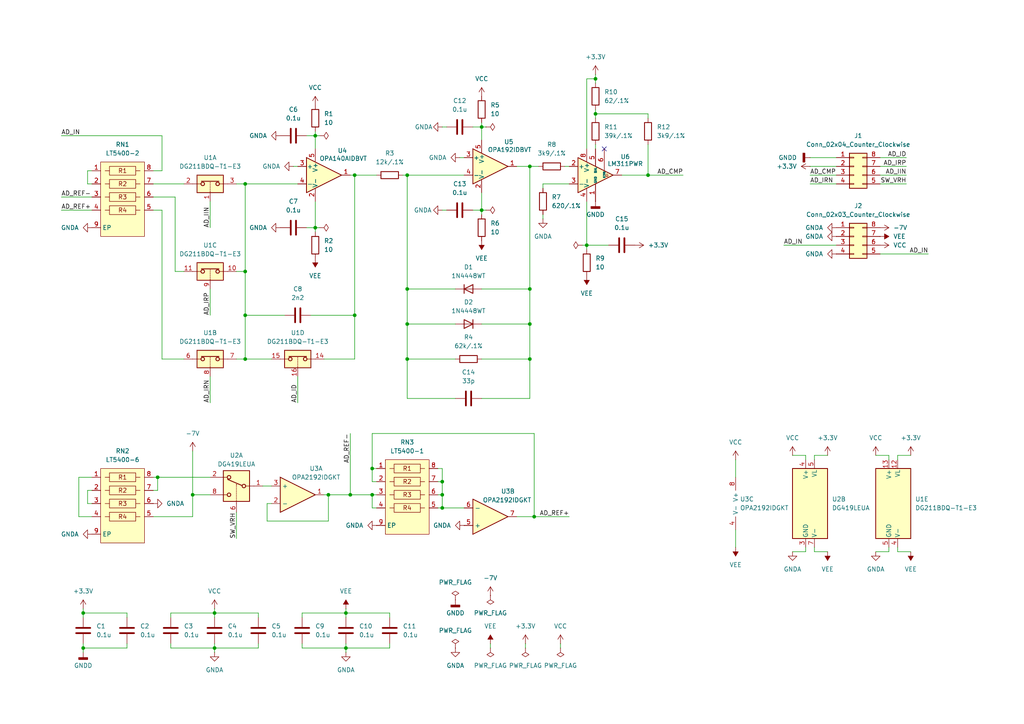
<source format=kicad_sch>
(kicad_sch (version 20250114) (generator "eeschema") (generator_version "9.0")
  (paper "A4")
  (junction (at 154.94 149.86))
  (junction (at 62.23 187.96))
  (junction (at 139.7 60.96))
  (junction (at 118.11 93.98))
  (junction (at 100.33 187.96))
  (junction (at 107.95 135.89))
  (junction (at 172.72 33.02))
  (junction (at 55.88 143.51))
  (junction (at 45.72 138.43))
  (junction (at 118.11 104.14))
  (junction (at 153.67 93.98))
  (junction (at 128.27 139.7))
  (junction (at 101.6 143.51))
  (junction (at 128.27 147.32))
  (junction (at 187.96 50.8))
  (junction (at 71.12 78.74))
  (junction (at 139.7 36.83))
  (junction (at 153.67 104.14))
  (junction (at 128.27 143.51))
  (junction (at 24.13 177.8))
  (junction (at 62.23 177.8))
  (junction (at 91.44 66.04))
  (junction (at 100.33 177.8))
  (junction (at 24.13 187.96))
  (junction (at 118.11 50.8))
  (junction (at 170.18 71.12))
  (junction (at 107.95 143.51))
  (junction (at 102.87 91.44))
  (junction (at 102.87 50.8))
  (junction (at 172.72 22.86))
  (junction (at 71.12 104.14))
  (junction (at 71.12 91.44))
  (junction (at 91.44 39.37))
  (junction (at 95.25 143.51))
  (junction (at 71.12 53.34))
  (junction (at 153.67 48.26))
  (junction (at 118.11 83.82))
  (junction (at 153.67 83.82))
  (no_connect (at 175.26 43.18))
  (wire (pts (xy 260.35 132.08) (xy 264.16 132.08)))
  (wire (pts (xy 170.18 71.12) (xy 170.18 72.39)))
  (wire (pts (xy 213.36 133.35) (xy 213.36 138.43)))
  (wire (pts (xy 255.27 48.26) (xy 262.89 48.26)))
  (wire (pts (xy 36.83 186.69) (xy 36.83 187.96)))
  (wire (pts (xy 128.27 143.51) (xy 128.27 147.32)))
  (wire (pts (xy 45.72 142.24) (xy 45.72 138.43)))
  (wire (pts (xy 25.4 53.34) (xy 25.4 49.53)))
  (wire (pts (xy 71.12 104.14) (xy 78.74 104.14)))
  (wire (pts (xy 157.48 53.34) (xy 165.1 53.34)))
  (wire (pts (xy 170.18 22.86) (xy 172.72 22.86)))
  (wire (pts (xy 95.25 151.13) (xy 95.25 143.51)))
  (wire (pts (xy 172.72 33.02) (xy 187.96 33.02)))
  (wire (pts (xy 187.96 50.8) (xy 198.12 50.8)))
  (wire (pts (xy 127 135.89) (xy 128.27 135.89)))
  (wire (pts (xy 234.95 48.26) (xy 242.57 48.26)))
  (wire (pts (xy 44.45 138.43) (xy 45.72 138.43)))
  (wire (pts (xy 100.33 187.96) (xy 100.33 189.23)))
  (wire (pts (xy 91.44 39.37) (xy 92.71 39.37)))
  (wire (pts (xy 100.33 187.96) (xy 87.63 187.96)))
  (wire (pts (xy 62.23 187.96) (xy 62.23 189.23)))
  (wire (pts (xy 163.83 48.26) (xy 165.1 48.26)))
  (wire (pts (xy 60.96 83.82) (xy 60.96 91.44)))
  (wire (pts (xy 91.44 38.1) (xy 91.44 39.37)))
  (wire (pts (xy 62.23 186.69) (xy 62.23 187.96)))
  (wire (pts (xy 95.25 143.51) (xy 101.6 143.51)))
  (wire (pts (xy 62.23 176.53) (xy 62.23 177.8)))
  (wire (pts (xy 109.22 139.7) (xy 107.95 139.7)))
  (wire (pts (xy 187.96 33.02) (xy 187.96 34.29)))
  (wire (pts (xy 128.27 139.7) (xy 128.27 143.51)))
  (wire (pts (xy 118.11 93.98) (xy 132.08 93.98)))
  (wire (pts (xy 153.67 115.57) (xy 153.67 104.14)))
  (wire (pts (xy 107.95 139.7) (xy 107.95 135.89)))
  (wire (pts (xy 254 160.02) (xy 257.81 160.02)))
  (wire (pts (xy 55.88 143.51) (xy 55.88 149.86)))
  (wire (pts (xy 53.34 78.74) (xy 50.8 78.74)))
  (wire (pts (xy 187.96 41.91) (xy 187.96 50.8)))
  (wire (pts (xy 77.47 146.05) (xy 77.47 151.13)))
  (wire (pts (xy 213.36 153.67) (xy 213.36 158.75)))
  (wire (pts (xy 62.23 177.8) (xy 74.93 177.8)))
  (wire (pts (xy 17.78 57.15) (xy 26.67 57.15)))
  (wire (pts (xy 100.33 186.69) (xy 100.33 187.96)))
  (wire (pts (xy 91.44 39.37) (xy 91.44 43.18)))
  (wire (pts (xy 45.72 138.43) (xy 60.96 138.43)))
  (wire (pts (xy 157.48 54.61) (xy 157.48 53.34)))
  (wire (pts (xy 127 147.32) (xy 128.27 147.32)))
  (wire (pts (xy 86.36 109.22) (xy 86.36 116.84)))
  (wire (pts (xy 26.67 53.34) (xy 25.4 53.34)))
  (wire (pts (xy 128.27 135.89) (xy 128.27 139.7)))
  (wire (pts (xy 91.44 66.04) (xy 92.71 66.04)))
  (wire (pts (xy 26.67 142.24) (xy 25.4 142.24)))
  (wire (pts (xy 139.7 35.56) (xy 139.7 36.83)))
  (wire (pts (xy 76.2 140.97) (xy 78.74 140.97)))
  (wire (pts (xy 46.99 60.96) (xy 46.99 104.14)))
  (wire (pts (xy 93.98 104.14) (xy 102.87 104.14)))
  (wire (pts (xy 95.25 143.51) (xy 93.98 143.51)))
  (wire (pts (xy 107.95 147.32) (xy 109.22 147.32)))
  (wire (pts (xy 87.63 179.07) (xy 87.63 177.8)))
  (wire (pts (xy 139.7 36.83) (xy 139.7 40.64)))
  (wire (pts (xy 26.67 149.86) (xy 22.86 149.86)))
  (wire (pts (xy 128.27 36.83) (xy 129.54 36.83)))
  (wire (pts (xy 88.9 39.37) (xy 91.44 39.37)))
  (wire (pts (xy 139.7 104.14) (xy 153.67 104.14)))
  (wire (pts (xy 74.93 186.69) (xy 74.93 187.96)))
  (wire (pts (xy 118.11 104.14) (xy 118.11 93.98)))
  (wire (pts (xy 168.91 71.12) (xy 170.18 71.12)))
  (wire (pts (xy 113.03 177.8) (xy 113.03 179.07)))
  (wire (pts (xy 71.12 53.34) (xy 71.12 78.74)))
  (wire (pts (xy 170.18 58.42) (xy 170.18 71.12)))
  (wire (pts (xy 68.58 53.34) (xy 71.12 53.34)))
  (wire (pts (xy 49.53 177.8) (xy 62.23 177.8)))
  (wire (pts (xy 139.7 55.88) (xy 139.7 60.96)))
  (wire (pts (xy 91.44 58.42) (xy 91.44 66.04)))
  (wire (pts (xy 118.11 115.57) (xy 132.08 115.57)))
  (wire (pts (xy 229.87 160.02) (xy 233.68 160.02)))
  (wire (pts (xy 139.7 115.57) (xy 153.67 115.57)))
  (wire (pts (xy 172.72 22.86) (xy 172.72 24.13)))
  (wire (pts (xy 127 139.7) (xy 128.27 139.7)))
  (wire (pts (xy 68.58 78.74) (xy 71.12 78.74)))
  (wire (pts (xy 180.34 50.8) (xy 187.96 50.8)))
  (wire (pts (xy 49.53 179.07) (xy 49.53 177.8)))
  (wire (pts (xy 128.27 147.32) (xy 134.62 147.32)))
  (wire (pts (xy 137.16 60.96) (xy 139.7 60.96)))
  (wire (pts (xy 139.7 83.82) (xy 153.67 83.82)))
  (wire (pts (xy 44.45 49.53) (xy 46.99 49.53)))
  (wire (pts (xy 255.27 73.66) (xy 269.24 73.66)))
  (wire (pts (xy 234.95 45.72) (xy 242.57 45.72)))
  (wire (pts (xy 44.45 142.24) (xy 45.72 142.24)))
  (wire (pts (xy 107.95 125.73) (xy 154.94 125.73)))
  (wire (pts (xy 153.67 93.98) (xy 153.67 83.82)))
  (wire (pts (xy 44.45 60.96) (xy 46.99 60.96)))
  (wire (pts (xy 77.47 151.13) (xy 95.25 151.13)))
  (wire (pts (xy 118.11 83.82) (xy 118.11 93.98)))
  (wire (pts (xy 36.83 177.8) (xy 36.83 179.07)))
  (wire (pts (xy 60.96 109.22) (xy 60.96 116.84)))
  (wire (pts (xy 62.23 187.96) (xy 49.53 187.96)))
  (wire (pts (xy 25.4 49.53) (xy 26.67 49.53)))
  (wire (pts (xy 162.56 186.69) (xy 162.56 187.96)))
  (wire (pts (xy 236.22 160.02) (xy 240.03 160.02)))
  (wire (pts (xy 78.74 146.05) (xy 77.47 146.05)))
  (wire (pts (xy 24.13 176.53) (xy 24.13 177.8)))
  (wire (pts (xy 22.86 138.43) (xy 26.67 138.43)))
  (wire (pts (xy 25.4 146.05) (xy 26.67 146.05)))
  (wire (pts (xy 68.58 148.59) (xy 68.58 156.21)))
  (wire (pts (xy 44.45 53.34) (xy 53.34 53.34)))
  (wire (pts (xy 87.63 177.8) (xy 100.33 177.8)))
  (wire (pts (xy 236.22 132.08) (xy 240.03 132.08)))
  (wire (pts (xy 85.09 48.26) (xy 86.36 48.26)))
  (wire (pts (xy 25.4 142.24) (xy 25.4 146.05)))
  (wire (pts (xy 24.13 179.07) (xy 24.13 177.8)))
  (wire (pts (xy 24.13 186.69) (xy 24.13 187.96)))
  (wire (pts (xy 139.7 36.83) (xy 140.97 36.83)))
  (wire (pts (xy 46.99 49.53) (xy 46.99 39.37)))
  (wire (pts (xy 49.53 186.69) (xy 49.53 187.96)))
  (wire (pts (xy 101.6 143.51) (xy 107.95 143.51)))
  (wire (pts (xy 257.81 133.35) (xy 257.81 132.08)))
  (wire (pts (xy 100.33 177.8) (xy 113.03 177.8)))
  (wire (pts (xy 71.12 91.44) (xy 71.12 104.14)))
  (wire (pts (xy 154.94 149.86) (xy 149.86 149.86)))
  (wire (pts (xy 153.67 48.26) (xy 153.67 83.82)))
  (wire (pts (xy 116.84 50.8) (xy 118.11 50.8)))
  (wire (pts (xy 260.35 133.35) (xy 260.35 132.08)))
  (wire (pts (xy 60.96 58.42) (xy 60.96 66.04)))
  (wire (pts (xy 153.67 48.26) (xy 156.21 48.26)))
  (wire (pts (xy 107.95 143.51) (xy 107.95 147.32)))
  (wire (pts (xy 118.11 50.8) (xy 118.11 83.82)))
  (wire (pts (xy 109.22 143.51) (xy 107.95 143.51)))
  (wire (pts (xy 102.87 104.14) (xy 102.87 91.44)))
  (wire (pts (xy 107.95 135.89) (xy 107.95 125.73)))
  (wire (pts (xy 71.12 78.74) (xy 71.12 91.44)))
  (wire (pts (xy 234.95 50.8) (xy 242.57 50.8)))
  (wire (pts (xy 172.72 21.59) (xy 172.72 22.86)))
  (wire (pts (xy 137.16 36.83) (xy 139.7 36.83)))
  (wire (pts (xy 90.17 91.44) (xy 102.87 91.44)))
  (wire (pts (xy 149.86 48.26) (xy 153.67 48.26)))
  (wire (pts (xy 74.93 187.96) (xy 62.23 187.96)))
  (wire (pts (xy 91.44 66.04) (xy 91.44 67.31)))
  (wire (pts (xy 50.8 78.74) (xy 50.8 57.15)))
  (wire (pts (xy 101.6 125.73) (xy 101.6 143.51)))
  (wire (pts (xy 172.72 31.75) (xy 172.72 33.02)))
  (wire (pts (xy 50.8 57.15) (xy 44.45 57.15)))
  (wire (pts (xy 102.87 50.8) (xy 109.22 50.8)))
  (wire (pts (xy 118.11 104.14) (xy 118.11 115.57)))
  (wire (pts (xy 107.95 135.89) (xy 109.22 135.89)))
  (wire (pts (xy 68.58 104.14) (xy 71.12 104.14)))
  (wire (pts (xy 139.7 60.96) (xy 139.7 62.23)))
  (wire (pts (xy 86.36 53.34) (xy 71.12 53.34)))
  (wire (pts (xy 170.18 71.12) (xy 176.53 71.12)))
  (wire (pts (xy 87.63 186.69) (xy 87.63 187.96)))
  (wire (pts (xy 100.33 177.8) (xy 100.33 179.07)))
  (wire (pts (xy 100.33 176.53) (xy 100.33 177.8)))
  (wire (pts (xy 257.81 132.08) (xy 254 132.08)))
  (wire (pts (xy 55.88 149.86) (xy 44.45 149.86)))
  (wire (pts (xy 113.03 187.96) (xy 100.33 187.96)))
  (wire (pts (xy 71.12 91.44) (xy 82.55 91.44)))
  (wire (pts (xy 55.88 130.81) (xy 55.88 143.51)))
  (wire (pts (xy 233.68 132.08) (xy 229.87 132.08)))
  (wire (pts (xy 133.35 45.72) (xy 134.62 45.72)))
  (wire (pts (xy 260.35 160.02) (xy 264.16 160.02)))
  (wire (pts (xy 24.13 177.8) (xy 36.83 177.8)))
  (wire (pts (xy 172.72 41.91) (xy 172.72 43.18)))
  (wire (pts (xy 260.35 158.75) (xy 260.35 160.02)))
  (wire (pts (xy 233.68 158.75) (xy 233.68 160.02)))
  (wire (pts (xy 46.99 104.14) (xy 53.34 104.14)))
  (wire (pts (xy 233.68 133.35) (xy 233.68 132.08)))
  (wire (pts (xy 24.13 187.96) (xy 24.13 189.23)))
  (wire (pts (xy 154.94 149.86) (xy 165.1 149.86)))
  (wire (pts (xy 172.72 34.29) (xy 172.72 33.02)))
  (wire (pts (xy 142.24 187.96) (xy 142.24 186.69)))
  (wire (pts (xy 157.48 63.5) (xy 157.48 62.23)))
  (wire (pts (xy 118.11 83.82) (xy 132.08 83.82)))
  (wire (pts (xy 170.18 43.18) (xy 170.18 22.86)))
  (wire (pts (xy 101.6 50.8) (xy 102.87 50.8)))
  (wire (pts (xy 118.11 50.8) (xy 134.62 50.8)))
  (wire (pts (xy 22.86 149.86) (xy 22.86 138.43)))
  (wire (pts (xy 227.33 71.12) (xy 242.57 71.12)))
  (wire (pts (xy 113.03 186.69) (xy 113.03 187.96)))
  (wire (pts (xy 257.81 158.75) (xy 257.81 160.02)))
  (wire (pts (xy 242.57 53.34) (xy 234.95 53.34)))
  (wire (pts (xy 74.93 177.8) (xy 74.93 179.07)))
  (wire (pts (xy 236.22 158.75) (xy 236.22 160.02)))
  (wire (pts (xy 152.4 186.69) (xy 152.4 187.96)))
  (wire (pts (xy 127 143.51) (xy 128.27 143.51)))
  (wire (pts (xy 128.27 60.96) (xy 129.54 60.96)))
  (wire (pts (xy 262.89 45.72) (xy 255.27 45.72)))
  (wire (pts (xy 60.96 143.51) (xy 55.88 143.51)))
  (wire (pts (xy 88.9 66.04) (xy 91.44 66.04)))
  (wire (pts (xy 154.94 125.73) (xy 154.94 149.86)))
  (wire (pts (xy 36.83 187.96) (xy 24.13 187.96)))
  (wire (pts (xy 236.22 133.35) (xy 236.22 132.08)))
  (wire (pts (xy 255.27 50.8) (xy 262.89 50.8)))
  (wire (pts (xy 102.87 91.44) (xy 102.87 50.8)))
  (wire (pts (xy 17.78 60.96) (xy 26.67 60.96)))
  (wire (pts (xy 139.7 60.96) (xy 140.97 60.96)))
  (wire (pts (xy 62.23 177.8) (xy 62.23 179.07)))
  (wire (pts (xy 17.78 39.37) (xy 46.99 39.37)))
  (wire (pts (xy 139.7 93.98) (xy 153.67 93.98)))
  (wire (pts (xy 153.67 104.14) (xy 153.67 93.98)))
  (wire (pts (xy 132.08 104.14) (xy 118.11 104.14)))
  (wire (pts (xy 255.27 53.34) (xy 262.89 53.34)))
  (label "AD_CMP" (at 198.12 50.8 180))
  (label "AD_IRN" (at 234.95 53.34 0))
  (label "AD_IIN" (at 262.89 50.8 180))
  (label "AD_IRN" (at 60.96 116.84 90))
  (label "AD_IN" (at 269.24 73.66 180))
  (label "SW_VRH" (at 262.89 53.34 180))
  (label "AD_IN" (at 227.33 71.12 0))
  (label "AD_IN" (at 17.78 39.37 0))
  (label "AD_REF-" (at 17.78 57.15 0))
  (label "AD_CMP" (at 234.95 50.8 0))
  (label "AD_IRP" (at 262.89 48.26 180))
  (label "AD_IIN" (at 60.96 66.04 90))
  (label "AD_ID" (at 86.36 116.84 90))
  (label "AD_REF+" (at 165.1 149.86 180))
  (label "AD_REF-" (at 101.6 125.73 270))
  (label "AD_IRP" (at 60.96 91.44 90))
  (label "AD_REF+" (at 17.78 60.96 0))
  (label "AD_ID" (at 262.89 45.72 180))
  (label "SW_VRH" (at 68.58 156.21 90))
  (symbol (lib_id "power:VCC") (at 254 132.08 0) (unit 1)
    (property "Reference" "#PWR037" (effects (hide yes)))
    (property "Value" "VCC" (at 254 127 0))
    (property "Description" "Power symbol creates a global label with name \"VCC\"" (effects (hide yes)))
  )
  (symbol (lib_id "power:+3.3V") (at 172.72 21.59 0) (unit 1)
    (property "Reference" "#PWR025" (effects (hide yes)))
    (property "Value" "+3.3V" (at 172.72 16.51 0))
    (property "Description" "Power symbol creates a global label with name \"+3.3V\"" (effects (hide yes)))
  )
  (symbol (lib_id "Analog_Switch:DG411xUE") (at 60.96 104.14 0) (unit 2)
    (property "Reference" "U1" (at 60.96 96.52 0))
    (property "Value" "DG211BDQ-T1-E3" (at 60.96 99.06 0))
    (property "Footprint" "Package_SO:TSSOP-16_4.4x5mm_P0.65mm" (effects (hide yes)))
    (property "Datasheet" "https://www.mouser.de/datasheet/2/609/DG201A_DG211-3122549.pdf" (effects (hide yes)))
    (property "Description" "Quad SPST CMOS Analog Switches" (effects (hide yes)))
  )
  (symbol (lib_id "Amplifier_Operational:OPA197xDBV") (at 93.98 50.8 0) (unit 1)
    (property "Reference" "U4" (at 99.314 43.688 0))
    (property "Value" "OPA140AIDBVT" (at 99.568 45.974 0))
    (property "Footprint" "Package_TO_SOT_SMD:SOT-23-5" (effects (hide yes)))
    (property "Datasheet" "https://www.ti.com/lit/ds/symlink/opa140.pdf" (effects (hide yes)))
    (property "Description" "OPAx140 High-Precision, Low-Noise, Rail-to-Rail Output, 11-MHz, JFET Op Amps" (effects (hide yes)))
  )
  (symbol (lib_id "Amplifier_Operational:OPA2197xDGK") (at 86.36 143.51 0) (unit 1)
    (property "Reference" "U3" (at 91.694 135.89 0))
    (property "Value" "OPA2192IDGKT" (at 91.694 138.43 0))
    (property "Footprint" "Package_SO:VSSOP-8_3x3mm_P0.65mm" (effects (hide yes)))
    (property "Datasheet" "https://www.ti.com/lit/ds/symlink/opa4192.pdf" (effects (hide yes)))
    (property "Description" "OPAx192 36-V, Precision, Rail-to-Rail Input/Output, Low Offset Voltage, Low Input Bias Current Op Amp with e-trim" (effects (hide yes)))
  )
  (symbol (lib_id "power:VEE") (at 240.03 160.02 180) (unit 1)
    (property "Reference" "#PWR036" (effects (hide yes)))
    (property "Value" "VEE" (at 240.03 165.1 0))
    (property "Description" "Power symbol creates a global label with name \"VEE\"" (effects (hide yes)))
  )
  (symbol (lib_id "Amplifier_Operational:OPA2197xDGK") (at 142.24 149.86 0) (mirror x) (unit 2)
    (property "Reference" "U3" (at 147.32 142.494 0))
    (property "Value" "OPA2192IDGKT" (at 147.066 145.034 0))
    (property "Footprint" "Package_SO:VSSOP-8_3x3mm_P0.65mm" (effects (hide yes)))
    (property "Datasheet" "https://www.ti.com/lit/ds/symlink/opa4192.pdf" (effects (hide yes)))
    (property "Description" "OPAx192 36-V, Precision, Rail-to-Rail Input/Output, Low Offset Voltage, Low Input Bias Current Op Amp with e-trim" (effects (hide yes)))
  )
  (symbol (lib_id "power:VCC") (at 255.27 71.12 270) (unit 1)
    (property "Reference" "#PWR042" (effects (hide yes)))
    (property "Value" "VCC" (at 259.08 71.1199 90) (effects (justify left)))
    (property "Description" "Power symbol creates a global label with name \"VCC\"" (effects (hide yes)))
  )
  (symbol (lib_id "power:GNDA") (at 134.62 152.4 270) (unit 1)
    (property "Reference" "#PWR020" (effects (hide yes)))
    (property "Value" "GNDA" (at 130.81 152.3999 90) (effects (justify right)))
    (property "Description" "Power symbol creates a global label with name \"GNDA\" , analog ground" (effects (hide yes)))
  )
  (symbol (lib_id "power:VCC") (at 162.56 186.69 0) (unit 1)
    (property "Reference" "#PWR050" (effects (hide yes)))
    (property "Value" "VCC" (at 162.56 181.61 0))
    (property "Description" "Power symbol creates a global label with name \"VCC\"" (effects (hide yes)))
  )
  (symbol (lib_id "power:GNDA") (at 26.67 66.04 270) (unit 1)
    (property "Reference" "#PWR03" (effects (hide yes)))
    (property "Value" "GNDA" (at 22.86 66.0399 90) (effects (justify right)))
    (property "Description" "Power symbol creates a global label with name \"GNDA\" , analog ground" (effects (hide yes)))
  )
  (symbol (lib_id "power:VEE") (at 170.18 80.01 180) (unit 1)
    (property "Reference" "#PWR024" (effects (hide yes)))
    (property "Value" "VEE" (at 170.18 85.09 0))
    (property "Description" "Power symbol creates a global label with name \"VEE\"" (effects (hide yes)))
  )
  (symbol (lib_id "power:PWR_FLAG") (at 142.24 172.72 180) (unit 1)
    (property "Reference" "#FLG011" (effects (hide yes)))
    (property "Value" "PWR_FLAG" (at 142.24 177.8 0))
    (property "Description" "Special symbol for telling ERC where power comes from" (effects (hide yes)))
  )
  (symbol (lib_id "power:GNDA") (at 109.22 152.4 270) (unit 1)
    (property "Reference" "#PWR016" (effects (hide yes)))
    (property "Value" "GNDA" (at 105.41 152.3999 90) (effects (justify right)))
    (property "Description" "Power symbol creates a global label with name \"GNDA\" , analog ground" (effects (hide yes)))
  )
  (symbol (lib_id "power:GNDA") (at 229.87 160.02 0) (unit 1)
    (property "Reference" "#PWR031" (effects (hide yes)))
    (property "Value" "GNDA" (at 229.87 165.1 0))
    (property "Description" "Power symbol creates a global label with name \"GNDA\" , analog ground" (effects (hide yes)))
  )
  (symbol (lib_id "power:GNDA") (at 254 160.02 0) (unit 1)
    (property "Reference" "#PWR038" (effects (hide yes)))
    (property "Value" "GNDA" (at 254 165.1 0))
    (property "Description" "Power symbol creates a global label with name \"GNDA\" , analog ground" (effects (hide yes)))
  )
  (symbol (lib_id "Device:R") (at 135.89 104.14 90) (unit 1)
    (property "Reference" "R4" (at 135.89 97.79 90))
    (property "Value" "62k/.1%" (at 135.89 100.33 90))
    (property "Footprint" "Resistor_SMD:R_0402_1005Metric_Pad0.72x0.64mm_HandSolder" (effects (hide yes)))
    (property "Description" "Resistor" (effects (hide yes)))
  )
  (symbol (lib_id "Device:C") (at 100.33 182.88 180) (unit 1)
    (property "Reference" "C10" (at 104.14 181.6099 0) (effects (justify right)))
    (property "Value" "0.1u" (at 104.14 184.1499 0) (effects (justify right)))
    (property "Footprint" "Capacitor_SMD:C_0402_1005Metric_Pad0.74x0.62mm_HandSolder" (effects (hide yes)))
    (property "Description" "Unpolarized capacitor" (effects (hide yes)))
  )
  (symbol (lib_id "power:GNDA") (at 128.27 60.96 270) (unit 1)
    (property "Reference" "#PWR018" (effects (hide yes)))
    (property "Value" "GNDA" (at 125.222 60.96 90) (effects (justify right)))
    (property "Description" "Power symbol creates a global label with name \"GNDA\" , analog ground" (effects (hide yes)))
  )
  (symbol (lib_id "Analog_Switch:DG411xUE") (at 86.36 104.14 0) (unit 4)
    (property "Reference" "U1" (at 86.36 96.52 0))
    (property "Value" "DG211BDQ-T1-E3" (at 86.36 99.06 0))
    (property "Footprint" "Package_SO:TSSOP-16_4.4x5mm_P0.65mm" (effects (hide yes)))
    (property "Datasheet" "https://www.mouser.de/datasheet/2/609/DG201A_DG211-3122549.pdf" (effects (hide yes)))
    (property "Description" "Quad SPST CMOS Analog Switches" (effects (hide yes)))
  )
  (symbol (lib_id "power:PWR_FLAG") (at 140.97 36.83 270) (unit 1)
    (property "Reference" "#FLG02" (effects (hide yes)))
    (property "Value" "PWR_FLAG" (effects (hide yes)))
    (property "Description" "Special symbol for telling ERC where power comes from" (effects (hide yes)))
  )
  (symbol (lib_id "power:VEE") (at 91.44 74.93 180) (unit 1)
    (property "Reference" "#PWR013" (effects (hide yes)))
    (property "Value" "VEE" (at 91.44 80.01 0))
    (property "Description" "Power symbol creates a global label with name \"VEE\"" (effects (hide yes)))
  )
  (symbol (lib_id "power:GNDD") (at 24.13 189.23 0) (unit 1)
    (property "Reference" "#PWR02" (effects (hide yes)))
    (property "Value" "GNDD" (at 24.13 193.04 0))
    (property "Description" "Power symbol creates a global label with name \"GNDD\" , digital ground" (effects (hide yes)))
  )
  (symbol (lib_id "MADC:LT5400") (at 35.56 57.15 0) (unit 1)
    (property "Reference" "RN1" (at 35.56 41.91 0))
    (property "Value" "LT5400-2" (at 35.56 44.45 0))
    (property "Footprint" "Package_SO:MSOP-8-1EP_3x3mm_P0.65mm_EP1.73x1.85mm" (effects (hide yes)))
    (property "Datasheet" "https://www.analog.com/media/en/technical-documentation/data-sheets/5400fc.pdf" (effects (hide yes)))
    (property "Description" "Quad Matched Resistor Network" (effects (hide yes)))
  )
  (symbol (lib_id "Device:C") (at 85.09 66.04 90) (unit 1)
    (property "Reference" "C7" (at 85.09 58.42 90))
    (property "Value" "0.1u" (at 85.09 60.96 90))
    (property "Footprint" "Capacitor_SMD:C_0402_1005Metric_Pad0.74x0.62mm_HandSolder" (effects (hide yes)))
    (property "Description" "Unpolarized capacitor" (effects (hide yes)))
  )
  (symbol (lib_id "power:GNDA") (at 242.57 66.04 270) (unit 1)
    (property "Reference" "#PWR033" (effects (hide yes)))
    (property "Value" "GNDA" (at 238.76 66.0399 90) (effects (justify right)))
    (property "Description" "Power symbol creates a global label with name \"GNDA\" , analog ground" (effects (hide yes)))
  )
  (symbol (lib_id "power:VCC") (at 62.23 176.53 0) (unit 1)
    (property "Reference" "#PWR07" (effects (hide yes)))
    (property "Value" "VCC" (at 62.23 171.45 0))
    (property "Description" "Power symbol creates a global label with name \"VCC\"" (effects (hide yes)))
  )
  (symbol (lib_id "Analog_Switch:DG411xUE") (at 257.81 146.05 0) (unit 5)
    (property "Reference" "U1" (at 265.43 144.7799 0) (effects (justify left)))
    (property "Value" "DG211BDQ-T1-E3" (at 265.43 147.3199 0) (effects (justify left)))
    (property "Footprint" "Package_SO:TSSOP-16_4.4x5mm_P0.65mm" (effects (hide yes)))
    (property "Datasheet" "https://www.mouser.de/datasheet/2/609/DG201A_DG211-3122549.pdf" (effects (hide yes)))
    (property "Description" "Quad SPST CMOS Analog Switches" (effects (hide yes)))
  )
  (symbol (lib_id "power:VCC") (at 229.87 132.08 0) (unit 1)
    (property "Reference" "#PWR030" (effects (hide yes)))
    (property "Value" "VCC" (at 229.87 127 0))
    (property "Description" "Power symbol creates a global label with name \"VCC\"" (effects (hide yes)))
  )
  (symbol (lib_id "Analog_Switch:DG419LEUA") (at 68.58 140.97 0) (mirror y) (unit 1)
    (property "Reference" "U2" (at 68.58 132.08 0))
    (property "Value" "DG419LEUA" (at 68.58 134.62 0))
    (property "Footprint" "Package_SO:MSOP-8_3x3mm_P0.65mm" (effects (hide yes)))
    (property "Datasheet" "https://datasheets.maximintegrated.com/en/ds/DG417-DG419.pdf" (effects (hide yes)))
    (property "Description" "Single SPDT 3V Logic Compatible CMOS Analog Switch, 35Ohm Ron, with Vlogic, MSOP-8" (effects (hide yes)))
  )
  (symbol (lib_id "Device:R") (at 170.18 76.2 0) (unit 1)
    (property "Reference" "R9" (at 172.72 74.9299 0) (effects (justify left)))
    (property "Value" "10" (at 172.72 77.4699 0) (effects (justify left)))
    (property "Footprint" "Resistor_SMD:R_0402_1005Metric_Pad0.72x0.64mm_HandSolder" (effects (hide yes)))
    (property "Description" "Resistor" (effects (hide yes)))
  )
  (symbol (lib_id "power:VEE") (at 100.33 176.53 0) (unit 1)
    (property "Reference" "#PWR014" (effects (hide yes)))
    (property "Value" "VEE" (at 100.33 171.45 0))
    (property "Description" "Power symbol creates a global label with name \"VEE\"" (effects (hide yes)))
  )
  (symbol (lib_id "power:VCC") (at 91.44 30.48 0) (unit 1)
    (property "Reference" "#PWR012" (effects (hide yes)))
    (property "Value" "VCC" (at 91.44 25.4 0))
    (property "Description" "Power symbol creates a global label with name \"VCC\"" (effects (hide yes)))
  )
  (symbol (lib_id "power:PWR_FLAG") (at 92.71 39.37 270) (unit 1)
    (property "Reference" "#FLG04" (effects (hide yes)))
    (property "Value" "PWR_FLAG" (effects (hide yes)))
    (property "Description" "Special symbol for telling ERC where power comes from" (effects (hide yes)))
  )
  (symbol (lib_id "Device:C") (at 133.35 36.83 90) (unit 1)
    (property "Reference" "C12" (at 133.35 29.21 90))
    (property "Value" "0.1u" (at 133.35 31.75 90))
    (property "Footprint" "Capacitor_SMD:C_0402_1005Metric_Pad0.74x0.62mm_HandSolder" (effects (hide yes)))
    (property "Description" "Unpolarized capacitor" (effects (hide yes)))
  )
  (symbol (lib_id "Device:R") (at 91.44 71.12 0) (unit 1)
    (property "Reference" "R2" (at 93.98 69.8499 0) (effects (justify left)))
    (property "Value" "10" (at 93.98 72.3899 0) (effects (justify left)))
    (property "Footprint" "Resistor_SMD:R_0402_1005Metric_Pad0.72x0.64mm_HandSolder" (effects (hide yes)))
    (property "Description" "Resistor" (effects (hide yes)))
  )
  (symbol (lib_id "power:PWR_FLAG") (at 140.97 60.96 270) (unit 1)
    (property "Reference" "#FLG03" (effects (hide yes)))
    (property "Value" "PWR_FLAG" (effects (hide yes)))
    (property "Description" "Special symbol for telling ERC where power comes from" (effects (hide yes)))
  )
  (symbol (lib_id "power:GNDA") (at 242.57 68.58 270) (unit 1)
    (property "Reference" "#PWR034" (effects (hide yes)))
    (property "Value" "GNDA" (at 238.76 68.5799 90) (effects (justify right)))
    (property "Description" "Power symbol creates a global label with name \"GNDA\" , analog ground" (effects (hide yes)))
  )
  (symbol (lib_id "power:GNDA") (at 157.48 63.5 0) (unit 1)
    (property "Reference" "#PWR023" (effects (hide yes)))
    (property "Value" "GNDA" (at 157.48 68.58 0))
    (property "Description" "Power symbol creates a global label with name \"GNDA\" , analog ground" (effects (hide yes)))
  )
  (symbol (lib_id "MADC:-7V") (at 255.27 66.04 270) (unit 1)
    (property "Reference" "#PWR039" (effects (hide yes)))
    (property "Value" "-7V" (at 259.08 66.0399 90) (effects (justify left)))
    (property "Description" "Power symbol creates a global label" (effects (hide yes)))
  )
  (symbol (lib_id "power:+3.3V") (at 240.03 132.08 0) (unit 1)
    (property "Reference" "#PWR035" (effects (hide yes)))
    (property "Value" "+3.3V" (at 240.03 127 0))
    (property "Description" "Power symbol creates a global label with name \"+3.3V\"" (effects (hide yes)))
  )
  (symbol (lib_id "Device:R") (at 172.72 38.1 0) (unit 1)
    (property "Reference" "R11" (at 175.26 36.8299 0) (effects (justify left)))
    (property "Value" "39k/.1%" (at 175.26 39.3699 0) (effects (justify left)))
    (property "Footprint" "Resistor_SMD:R_0402_1005Metric_Pad0.72x0.64mm_HandSolder" (effects (hide yes)))
    (property "Description" "Resistor" (effects (hide yes)))
  )
  (symbol (lib_id "Device:C") (at 87.63 182.88 180) (unit 1)
    (property "Reference" "C9" (at 91.44 181.6099 0) (effects (justify right)))
    (property "Value" "0.1u" (at 91.44 184.1499 0) (effects (justify right)))
    (property "Footprint" "Capacitor_SMD:C_0402_1005Metric_Pad0.74x0.62mm_HandSolder" (effects (hide yes)))
    (property "Description" "Unpolarized capacitor" (effects (hide yes)))
  )
  (symbol (lib_id "power:PWR_FLAG") (at 142.24 187.96 180) (unit 1)
    (property "Reference" "#FLG06" (effects (hide yes)))
    (property "Value" "PWR_FLAG" (at 142.24 193.04 0))
    (property "Description" "Special symbol for telling ERC where power comes from" (effects (hide yes)))
  )
  (symbol (lib_id "Connector_Generic:Conn_02x04_Counter_Clockwise") (at 247.65 68.58 0) (unit 1)
    (property "Reference" "J2" (at 248.92 59.69 0))
    (property "Value" "Conn_02x03_Counter_Clockwise" (at 248.92 62.23 0))
    (property "Footprint" "Connector_PinHeader_1.27mm:PinHeader_2x04_P1.27mm_Vertical_SMD" (effects (hide yes)))
    (property "Description" "Generic connector, double row, 02x04, counter clockwise pin numbering scheme (similar to DIP package numbering), script generated (kicad-library-utils/schlib/autogen/connector/)" (effects (hide yes)))
  )
  (symbol (lib_id "power:VEE") (at 213.36 158.75 180) (unit 1)
    (property "Reference" "#PWR029" (effects (hide yes)))
    (property "Value" "VEE" (at 213.36 163.83 0))
    (property "Description" "Power symbol creates a global label with name \"VEE\"" (effects (hide yes)))
  )
  (symbol (lib_id "Device:R") (at 139.7 31.75 0) (unit 1)
    (property "Reference" "R5" (at 142.24 30.4799 0) (effects (justify left)))
    (property "Value" "10" (at 142.24 33.0199 0) (effects (justify left)))
    (property "Footprint" "Resistor_SMD:R_0402_1005Metric_Pad0.72x0.64mm_HandSolder" (effects (hide yes)))
    (property "Description" "Resistor" (effects (hide yes)))
  )
  (symbol (lib_id "power:VEE") (at 142.24 186.69 0) (unit 1)
    (property "Reference" "#PWR047" (effects (hide yes)))
    (property "Value" "VEE" (at 142.24 181.61 0))
    (property "Description" "Power symbol creates a global label with name \"VEE\"" (effects (hide yes)))
  )
  (symbol (lib_id "power:GNDA") (at 26.67 154.94 270) (unit 1)
    (property "Reference" "#PWR04" (effects (hide yes)))
    (property "Value" "GNDA" (at 22.86 154.9399 90) (effects (justify right)))
    (property "Description" "Power symbol creates a global label with name \"GNDA\" , analog ground" (effects (hide yes)))
  )
  (symbol (lib_id "Amplifier_Operational:OPA197xDBV") (at 142.24 48.26 0) (unit 1)
    (property "Reference" "U5" (at 147.574 41.148 0))
    (property "Value" "OPA192IDBVT" (at 147.828 43.434 0))
    (property "Footprint" "Package_TO_SOT_SMD:SOT-23-5" (effects (hide yes)))
    (property "Datasheet" "https://www.ti.com/lit/ds/symlink/opa4192.pdf" (effects (hide yes)))
    (property "Description" "OPAx192 36-V, Precision, Rail-to-Rail Input/Output, Low Offset Voltage, Low Input Bias Current Op Amp with e-trim" (effects (hide yes)))
  )
  (symbol (lib_id "power:GNDA") (at 44.45 146.05 90) (unit 1)
    (property "Reference" "#PWR05" (effects (hide yes)))
    (property "Value" "GNDA" (at 48.26 146.0499 90) (effects (justify right)))
    (property "Description" "Power symbol creates a global label with name \"GNDA\" , analog ground" (effects (hide yes)))
  )
  (symbol (lib_id "Diode:1N4448WS") (at 135.89 83.82 0) (unit 1)
    (property "Reference" "D1" (at 135.89 77.47 0))
    (property "Value" "1N4448WT" (at 135.89 80.01 0))
    (property "Footprint" "Diode_SMD:D_SOD-323" (effects (hide yes)))
    (property "Datasheet" "https://www.vishay.com/docs/81387/1n4448ws.pdf" (effects (hide yes)))
    (property "Description" "75V 0.15A Small Signal Fast switching Diode, SOD-323" (effects (hide yes)))
    (property "Sim.Device" "D" (effects (hide yes)))
    (property "Sim.Pins" "1=K 2=A" (effects (hide yes)))
  )
  (symbol (lib_id "Device:C") (at 180.34 71.12 90) (unit 1)
    (property "Reference" "C15" (at 180.34 63.5 90))
    (property "Value" "0.1u" (at 180.34 66.04 90))
    (property "Footprint" "Capacitor_SMD:C_0402_1005Metric_Pad0.74x0.62mm_HandSolder" (effects (hide yes)))
    (property "Description" "Unpolarized capacitor" (effects (hide yes)))
  )
  (symbol (lib_id "power:GNDA") (at 100.33 189.23 0) (unit 1)
    (property "Reference" "#PWR015" (effects (hide yes)))
    (property "Value" "GNDA" (at 100.33 194.31 0))
    (property "Description" "Power symbol creates a global label with name \"GNDA\" , analog ground" (effects (hide yes)))
  )
  (symbol (lib_id "Device:R") (at 157.48 58.42 0) (unit 1)
    (property "Reference" "R7" (at 160.02 57.1499 0) (effects (justify left)))
    (property "Value" "620/.1%" (at 160.02 59.6899 0) (effects (justify left)))
    (property "Footprint" "Resistor_SMD:R_0402_1005Metric_Pad0.72x0.64mm_HandSolder" (effects (hide yes)))
    (property "Description" "Resistor" (effects (hide yes)))
  )
  (symbol (lib_id "MADC:-7V") (at 55.88 130.81 0) (unit 1)
    (property "Reference" "#PWR06" (effects (hide yes)))
    (property "Value" "-7V" (at 55.88 125.73 0))
    (property "Description" "Power symbol creates a global label" (effects (hide yes)))
  )
  (symbol (lib_id "power:+3.3V") (at 264.16 132.08 0) (unit 1)
    (property "Reference" "#PWR044" (effects (hide yes)))
    (property "Value" "+3.3V" (at 264.16 127 0))
    (property "Description" "Power symbol creates a global label with name \"+3.3V\"" (effects (hide yes)))
  )
  (symbol (lib_id "Device:C") (at 113.03 182.88 180) (unit 1)
    (property "Reference" "C11" (at 116.84 181.6099 0) (effects (justify right)))
    (property "Value" "0.1u" (at 116.84 184.1499 0) (effects (justify right)))
    (property "Footprint" "Capacitor_SMD:C_0402_1005Metric_Pad0.74x0.62mm_HandSolder" (effects (hide yes)))
    (property "Description" "Unpolarized capacitor" (effects (hide yes)))
  )
  (symbol (lib_id "Device:C") (at 74.93 182.88 180) (unit 1)
    (property "Reference" "C5" (at 78.74 181.6099 0) (effects (justify right)))
    (property "Value" "0.1u" (at 78.74 184.1499 0) (effects (justify right)))
    (property "Footprint" "Capacitor_SMD:C_0402_1005Metric_Pad0.74x0.62mm_HandSolder" (effects (hide yes)))
    (property "Description" "Unpolarized capacitor" (effects (hide yes)))
  )
  (symbol (lib_id "power:PWR_FLAG") (at 132.08 173.99 0) (unit 1)
    (property "Reference" "#FLG07" (effects (hide yes)))
    (property "Value" "PWR_FLAG" (at 132.08 168.91 0))
    (property "Description" "Special symbol for telling ERC where power comes from" (effects (hide yes)))
  )
  (symbol (lib_id "power:+3.3V") (at 234.95 48.26 90) (unit 1)
    (property "Reference" "#PWR043" (effects (hide yes)))
    (property "Value" "+3.3V" (at 231.14 48.2599 90) (effects (justify left)))
    (property "Description" "Power symbol creates a global label with name \"+3.3V\"" (effects (hide yes)))
  )
  (symbol (lib_id "Device:R") (at 139.7 66.04 0) (unit 1)
    (property "Reference" "R6" (at 142.24 64.7699 0) (effects (justify left)))
    (property "Value" "10" (at 142.24 67.3099 0) (effects (justify left)))
    (property "Footprint" "Resistor_SMD:R_0402_1005Metric_Pad0.72x0.64mm_HandSolder" (effects (hide yes)))
    (property "Description" "Resistor" (effects (hide yes)))
  )
  (symbol (lib_id "power:GNDA") (at 128.27 36.83 270) (unit 1)
    (property "Reference" "#PWR017" (effects (hide yes)))
    (property "Value" "GNDA" (at 125.476 36.83 90) (effects (justify right)))
    (property "Description" "Power symbol creates a global label with name \"GNDA\" , analog ground" (effects (hide yes)))
  )
  (symbol (lib_id "power:PWR_FLAG") (at 168.91 71.12 90) (unit 1)
    (property "Reference" "#FLG010" (effects (hide yes)))
    (property "Value" "PWR_FLAG" (effects (hide yes)))
    (property "Description" "Special symbol for telling ERC where power comes from" (effects (hide yes)))
  )
  (symbol (lib_id "power:GNDD") (at 234.95 45.72 270) (unit 1)
    (property "Reference" "#PWR032" (effects (hide yes)))
    (property "Value" "GNDD" (at 231.14 45.7199 90) (effects (justify right)))
    (property "Description" "Power symbol creates a global label with name \"GNDD\" , digital ground" (effects (hide yes)))
  )
  (symbol (lib_id "Diode:1N4448WS") (at 135.89 93.98 180) (unit 1)
    (property "Reference" "D2" (at 135.89 87.63 0))
    (property "Value" "1N4448WT" (at 135.89 90.17 0))
    (property "Footprint" "Diode_SMD:D_SOD-323" (effects (hide yes)))
    (property "Datasheet" "https://www.vishay.com/docs/81387/1n4448ws.pdf" (effects (hide yes)))
    (property "Description" "75V 0.15A Small Signal Fast switching Diode, SOD-323" (effects (hide yes)))
    (property "Sim.Device" "D" (effects (hide yes)))
    (property "Sim.Pins" "1=K 2=A" (effects (hide yes)))
  )
  (symbol (lib_id "power:+3.3V") (at 184.15 71.12 270) (unit 1)
    (property "Reference" "#PWR027" (effects (hide yes)))
    (property "Value" "+3.3V" (at 187.96 71.1199 90) (effects (justify left)))
    (property "Description" "Power symbol creates a global label with name \"+3.3V\"" (effects (hide yes)))
  )
  (symbol (lib_id "power:PWR_FLAG") (at 92.71 66.04 270) (unit 1)
    (property "Reference" "#FLG05" (effects (hide yes)))
    (property "Value" "PWR_FLAG" (effects (hide yes)))
    (property "Description" "Special symbol for telling ERC where power comes from" (effects (hide yes)))
  )
  (symbol (lib_id "Device:C") (at 36.83 182.88 180) (unit 1)
    (property "Reference" "C2" (at 40.64 181.6099 0) (effects (justify right)))
    (property "Value" "0.1u" (at 40.64 184.1499 0) (effects (justify right)))
    (property "Footprint" "Capacitor_SMD:C_0402_1005Metric_Pad0.74x0.62mm_HandSolder" (effects (hide yes)))
    (property "Description" "Unpolarized capacitor" (effects (hide yes)))
  )
  (symbol (lib_id "Connector_Generic:Conn_02x04_Counter_Clockwise") (at 247.65 48.26 0) (unit 1)
    (property "Reference" "J1" (at 248.92 39.37 0))
    (property "Value" "Conn_02x04_Counter_Clockwise" (at 248.92 41.91 0))
    (property "Footprint" "Connector_PinHeader_1.27mm:PinHeader_2x04_P1.27mm_Vertical_SMD" (effects (hide yes)))
    (property "Description" "Generic connector, double row, 02x04, counter clockwise pin numbering scheme (similar to DIP package numbering), script generated (kicad-library-utils/schlib/autogen/connector/)" (effects (hide yes)))
  )
  (symbol (lib_id "power:GNDD") (at 172.72 58.42 0) (unit 1)
    (property "Reference" "#PWR026" (effects (hide yes)))
    (property "Value" "GNDD" (at 172.72 62.23 0))
    (property "Description" "Power symbol creates a global label with name \"GNDD\" , digital ground" (effects (hide yes)))
  )
  (symbol (lib_id "power:GNDA") (at 133.35 45.72 270) (unit 1)
    (property "Reference" "#PWR019" (effects (hide yes)))
    (property "Value" "GNDA" (at 129.54 45.7199 90) (effects (justify right)))
    (property "Description" "Power symbol creates a global label with name \"GNDA\" , analog ground" (effects (hide yes)))
  )
  (symbol (lib_id "power:GNDA") (at 81.28 66.04 270) (unit 1)
    (property "Reference" "#PWR010" (effects (hide yes)))
    (property "Value" "GNDA" (at 77.47 66.0399 90) (effects (justify right)))
    (property "Description" "Power symbol creates a global label with name \"GNDA\" , analog ground" (effects (hide yes)))
  )
  (symbol (lib_id "power:VEE") (at 139.7 69.85 180) (unit 1)
    (property "Reference" "#PWR022" (effects (hide yes)))
    (property "Value" "VEE" (at 139.7 74.93 0))
    (property "Description" "Power symbol creates a global label with name \"VEE\"" (effects (hide yes)))
  )
  (symbol (lib_id "power:PWR_FLAG") (at 152.4 187.96 180) (unit 1)
    (property "Reference" "#FLG08" (effects (hide yes)))
    (property "Value" "PWR_FLAG" (at 152.4 193.04 0))
    (property "Description" "Special symbol for telling ERC where power comes from" (effects (hide yes)))
  )
  (symbol (lib_id "power:GNDD") (at 132.08 173.99 0) (unit 1)
    (property "Reference" "#PWR048" (effects (hide yes)))
    (property "Value" "GNDD" (at 132.08 177.8 0))
    (property "Description" "Power symbol creates a global label with name \"GNDD\" , digital ground" (effects (hide yes)))
  )
  (symbol (lib_id "Device:C") (at 86.36 91.44 90) (unit 1)
    (property "Reference" "C8" (at 86.36 83.82 90))
    (property "Value" "2n2" (at 86.36 86.36 90))
    (property "Footprint" "Capacitor_SMD:C_0603_1608Metric" (effects (hide yes)))
    (property "Description" "Unpolarized capacitor" (effects (hide yes)))
  )
  (symbol (lib_id "MADC:LT5400") (at 118.11 143.51 0) (unit 1)
    (property "Reference" "RN3" (at 118.11 128.27 0))
    (property "Value" "LT5400-1" (at 118.11 130.81 0))
    (property "Footprint" "Package_SO:MSOP-8-1EP_3x3mm_P0.65mm_EP1.73x1.85mm" (effects (hide yes)))
    (property "Datasheet" "https://www.analog.com/media/en/technical-documentation/data-sheets/5400fc.pdf" (effects (hide yes)))
    (property "Description" "Quad Matched Resistor Network" (effects (hide yes)))
  )
  (symbol (lib_id "Analog_Switch:DG419LEUA") (at 233.68 146.05 0) (unit 2)
    (property "Reference" "U2" (at 241.3 144.7799 0) (effects (justify left)))
    (property "Value" "DG419LEUA" (at 241.3 147.3199 0) (effects (justify left)))
    (property "Footprint" "Package_SO:MSOP-8_3x3mm_P0.65mm" (effects (hide yes)))
    (property "Datasheet" "https://datasheets.maximintegrated.com/en/ds/DG417-DG419.pdf" (effects (hide yes)))
    (property "Description" "Single SPDT 3V Logic Compatible CMOS Analog Switch, 35Ohm Ron, with Vlogic, MSOP-8" (effects (hide yes)))
  )
  (symbol (lib_id "Device:C") (at 62.23 182.88 180) (unit 1)
    (property "Reference" "C4" (at 66.04 181.6099 0) (effects (justify right)))
    (property "Value" "0.1u" (at 66.04 184.1499 0) (effects (justify right)))
    (property "Footprint" "Capacitor_SMD:C_0402_1005Metric_Pad0.74x0.62mm_HandSolder" (effects (hide yes)))
    (property "Description" "Unpolarized capacitor" (effects (hide yes)))
  )
  (symbol (lib_id "power:VCC") (at 139.7 27.94 0) (unit 1)
    (property "Reference" "#PWR021" (effects (hide yes)))
    (property "Value" "VCC" (at 139.7 22.86 0))
    (property "Description" "Power symbol creates a global label with name \"VCC\"" (effects (hide yes)))
  )
  (symbol (lib_id "Device:C") (at 49.53 182.88 180) (unit 1)
    (property "Reference" "C3" (at 53.34 181.6099 0) (effects (justify right)))
    (property "Value" "0.1u" (at 53.34 184.1499 0) (effects (justify right)))
    (property "Footprint" "Capacitor_SMD:C_0402_1005Metric_Pad0.74x0.62mm_HandSolder" (effects (hide yes)))
    (property "Description" "Unpolarized capacitor" (effects (hide yes)))
  )
  (symbol (lib_id "Comparator:LM311") (at 172.72 50.8 0) (unit 1)
    (property "Reference" "U6" (at 181.356 45.466 0))
    (property "Value" "LM311PWR" (at 181.356 47.498 0))
    (property "Footprint" "Package_SO:TSSOP-8_4.4x3mm_P0.65mm" (effects (hide yes)))
    (property "Datasheet" "https://www.st.com/resource/en/datasheet/lm311.pdf" (effects (hide yes)))
    (property "Description" "Voltage Comparator, DIP-8/SOIC-8" (effects (hide yes)))
  )
  (symbol (lib_id "power:VEE") (at 255.27 68.58 270) (unit 1)
    (property "Reference" "#PWR041" (effects (hide yes)))
    (property "Value" "VEE" (at 259.08 68.5799 90) (effects (justify left)))
    (property "Description" "Power symbol creates a global label with name \"VEE\"" (effects (hide yes)))
  )
  (symbol (lib_id "Amplifier_Operational:OPA2197xDGK") (at 215.9 146.05 0) (unit 3)
    (property "Reference" "U3" (at 214.63 144.7799 0) (effects (justify left)))
    (property "Value" "OPA2192IDGKT" (at 214.63 147.3199 0) (effects (justify left)))
    (property "Footprint" "Package_SO:VSSOP-8_3x3mm_P0.65mm" (effects (hide yes)))
    (property "Datasheet" "https://www.ti.com/lit/ds/symlink/opa4192.pdf" (effects (hide yes)))
    (property "Description" "OPAx192 36-V, Precision, Rail-to-Rail Input/Output, Low Offset Voltage, Low Input Bias Current Op Amp with e-trim" (effects (hide yes)))
  )
  (symbol (lib_id "MADC:LT5400") (at 35.56 146.05 0) (unit 1)
    (property "Reference" "RN2" (at 35.56 130.81 0))
    (property "Value" "LT5400-6" (at 35.56 133.35 0))
    (property "Footprint" "Package_SO:MSOP-8-1EP_3x3mm_P0.65mm_EP1.73x1.85mm" (effects (hide yes)))
    (property "Datasheet" "https://www.analog.com/media/en/technical-documentation/data-sheets/5400fc.pdf" (effects (hide yes)))
    (property "Description" "Quad Matched Resistor Network" (effects (hide yes)))
  )
  (symbol (lib_id "power:+3.3V") (at 152.4 186.69 0) (unit 1)
    (property "Reference" "#PWR049" (effects (hide yes)))
    (property "Value" "+3.3V" (at 152.4 181.61 0))
    (property "Description" "Power symbol creates a global label with name \"+3.3V\"" (effects (hide yes)))
  )
  (symbol (lib_id "power:GNDA") (at 62.23 189.23 0) (unit 1)
    (property "Reference" "#PWR08" (effects (hide yes)))
    (property "Value" "GNDA" (at 62.23 194.31 0))
    (property "Description" "Power symbol creates a global label with name \"GNDA\" , analog ground" (effects (hide yes)))
  )
  (symbol (lib_id "Device:R") (at 160.02 48.26 90) (unit 1)
    (property "Reference" "R8" (at 160.02 41.91 90))
    (property "Value" "3k9/.1%" (at 160.02 44.45 90))
    (property "Footprint" "Resistor_SMD:R_0402_1005Metric_Pad0.72x0.64mm_HandSolder" (effects (hide yes)))
    (property "Description" "Resistor" (effects (hide yes)))
  )
  (symbol (lib_id "Analog_Switch:DG411xUE") (at 60.96 53.34 0) (unit 1)
    (property "Reference" "U1" (at 60.96 45.72 0))
    (property "Value" "DG211BDQ-T1-E3" (at 60.96 48.26 0))
    (property "Footprint" "Package_SO:TSSOP-16_4.4x5mm_P0.65mm" (effects (hide yes)))
    (property "Datasheet" "https://www.mouser.de/datasheet/2/609/DG201A_DG211-3122549.pdf" (effects (hide yes)))
    (property "Description" "Quad SPST CMOS Analog Switches" (effects (hide yes)))
  )
  (symbol (lib_id "Device:R") (at 91.44 34.29 0) (unit 1)
    (property "Reference" "R1" (at 93.98 33.0199 0) (effects (justify left)))
    (property "Value" "10" (at 93.98 35.5599 0) (effects (justify left)))
    (property "Footprint" "Resistor_SMD:R_0402_1005Metric_Pad0.72x0.64mm_HandSolder" (effects (hide yes)))
    (property "Description" "Resistor" (effects (hide yes)))
  )
  (symbol (lib_id "power:GNDA") (at 132.08 187.96 0) (unit 1)
    (property "Reference" "#PWR046" (effects (hide yes)))
    (property "Value" "GNDA" (at 132.08 193.04 0))
    (property "Description" "Power symbol creates a global label with name \"GNDA\" , analog ground" (effects (hide yes)))
  )
  (symbol (lib_id "Device:C") (at 133.35 60.96 90) (unit 1)
    (property "Reference" "C13" (at 133.35 53.34 90))
    (property "Value" "0.1u" (at 133.35 55.88 90))
    (property "Footprint" "Capacitor_SMD:C_0402_1005Metric_Pad0.74x0.62mm_HandSolder" (effects (hide yes)))
    (property "Description" "Unpolarized capacitor" (effects (hide yes)))
  )
  (symbol (lib_id "Analog_Switch:DG411xUE") (at 60.96 78.74 0) (mirror y) (unit 3)
    (property "Reference" "U1" (at 60.96 71.12 0))
    (property "Value" "DG211BDQ-T1-E3" (at 60.96 73.66 0))
    (property "Footprint" "Package_SO:TSSOP-16_4.4x5mm_P0.65mm" (effects (hide yes)))
    (property "Datasheet" "https://www.mouser.de/datasheet/2/609/DG201A_DG211-3122549.pdf" (effects (hide yes)))
    (property "Description" "Quad SPST CMOS Analog Switches" (effects (hide yes)))
  )
  (symbol (lib_id "power:GNDA") (at 85.09 48.26 270) (unit 1)
    (property "Reference" "#PWR011" (effects (hide yes)))
    (property "Value" "GNDA" (at 81.28 48.2599 90) (effects (justify right)))
    (property "Description" "Power symbol creates a global label with name \"GNDA\" , analog ground" (effects (hide yes)))
  )
  (symbol (lib_id "power:VEE") (at 264.16 160.02 180) (unit 1)
    (property "Reference" "#PWR045" (effects (hide yes)))
    (property "Value" "VEE" (at 264.16 165.1 0))
    (property "Description" "Power symbol creates a global label with name \"VEE\"" (effects (hide yes)))
  )
  (symbol (lib_id "Device:R") (at 172.72 27.94 0) (unit 1)
    (property "Reference" "R10" (at 175.26 26.6699 0) (effects (justify left)))
    (property "Value" "62/.1%" (at 175.26 29.2099 0) (effects (justify left)))
    (property "Footprint" "Resistor_SMD:R_0402_1005Metric_Pad0.72x0.64mm_HandSolder" (effects (hide yes)))
    (property "Description" "Resistor" (effects (hide yes)))
  )
  (symbol (lib_id "Device:C") (at 135.89 115.57 90) (unit 1)
    (property "Reference" "C14" (at 135.89 107.95 90))
    (property "Value" "33p" (at 135.89 110.49 90))
    (property "Footprint" "Capacitor_SMD:C_0402_1005Metric_Pad0.74x0.62mm_HandSolder" (effects (hide yes)))
    (property "Description" "Unpolarized capacitor" (effects (hide yes)))
  )
  (symbol (lib_id "power:GNDA") (at 81.28 39.37 270) (unit 1)
    (property "Reference" "#PWR09" (effects (hide yes)))
    (property "Value" "GNDA" (at 77.47 39.3699 90) (effects (justify right)))
    (property "Description" "Power symbol creates a global label with name \"GNDA\" , analog ground" (effects (hide yes)))
  )
  (symbol (lib_id "power:GNDA") (at 242.57 73.66 270) (unit 1)
    (property "Reference" "#PWR040" (effects (hide yes)))
    (property "Value" "GNDA" (at 238.76 73.6601 90) (effects (justify right)))
    (property "Description" "Power symbol creates a global label with name \"GNDA\" , analog ground" (effects (hide yes)))
  )
  (symbol (lib_id "MADC:-7V") (at 142.24 172.72 0) (unit 1)
    (property "Reference" "#PWR051" (effects (hide yes)))
    (property "Value" "-7V" (at 142.24 167.64 0))
    (property "Description" "Power symbol creates a global label" (effects (hide yes)))
  )
  (symbol (lib_id "power:VCC") (at 213.36 133.35 0) (unit 1)
    (property "Reference" "#PWR028" (effects (hide yes)))
    (property "Value" "VCC" (at 213.36 128.27 0))
    (property "Description" "Power symbol creates a global label with name \"VCC\"" (effects (hide yes)))
  )
  (symbol (lib_id "Device:C") (at 24.13 182.88 180) (unit 1)
    (property "Reference" "C1" (at 27.94 181.6099 0) (effects (justify right)))
    (property "Value" "0.1u" (at 27.94 184.1499 0) (effects (justify right)))
    (property "Footprint" "Capacitor_SMD:C_0402_1005Metric_Pad0.74x0.62mm_HandSolder" (effects (hide yes)))
    (property "Description" "Unpolarized capacitor" (effects (hide yes)))
  )
  (symbol (lib_id "power:PWR_FLAG") (at 162.56 187.96 180) (unit 1)
    (property "Reference" "#FLG09" (effects (hide yes)))
    (property "Value" "PWR_FLAG" (at 162.56 193.04 0))
    (property "Description" "Special symbol for telling ERC where power comes from" (effects (hide yes)))
  )
  (symbol (lib_id "Device:R") (at 187.96 38.1 0) (unit 1)
    (property "Reference" "R12" (at 190.5 36.8299 0) (effects (justify left)))
    (property "Value" "3k9/.1%" (at 190.5 39.3699 0) (effects (justify left)))
    (property "Footprint" "Resistor_SMD:R_0402_1005Metric_Pad0.72x0.64mm_HandSolder" (effects (hide yes)))
    (property "Description" "Resistor" (effects (hide yes)))
  )
  (symbol (lib_id "power:PWR_FLAG") (at 132.08 187.96 0) (unit 1)
    (property "Reference" "#FLG01" (effects (hide yes)))
    (property "Value" "PWR_FLAG" (at 132.08 182.88 0))
    (property "Description" "Special symbol for telling ERC where power comes from" (effects (hide yes)))
  )
  (symbol (lib_id "Device:C") (at 85.09 39.37 90) (unit 1)
    (property "Reference" "C6" (at 85.09 31.75 90))
    (property "Value" "0.1u" (at 85.09 34.29 90))
    (property "Footprint" "Capacitor_SMD:C_0402_1005Metric_Pad0.74x0.62mm_HandSolder" (effects (hide yes)))
    (property "Description" "Unpolarized capacitor" (effects (hide yes)))
  )
  (symbol (lib_id "power:+3.3V") (at 24.13 176.53 0) (unit 1)
    (property "Reference" "#PWR01" (effects (hide yes)))
    (property "Value" "+3.3V" (at 24.13 171.45 0))
    (property "Description" "Power symbol creates a global label with name \"+3.3V\"" (effects (hide yes)))
  )
  (symbol (lib_id "Device:R") (at 113.03 50.8 90) (unit 1)
    (property "Reference" "R3" (at 113.03 44.45 90))
    (property "Value" "12k/.1%" (at 113.03 46.99 90))
    (property "Footprint" "Resistor_SMD:R_0402_1005Metric_Pad0.72x0.64mm_HandSolder" (effects (hide yes)))
    (property "Description" "Resistor" (effects (hide yes)))
  )
)
</source>
